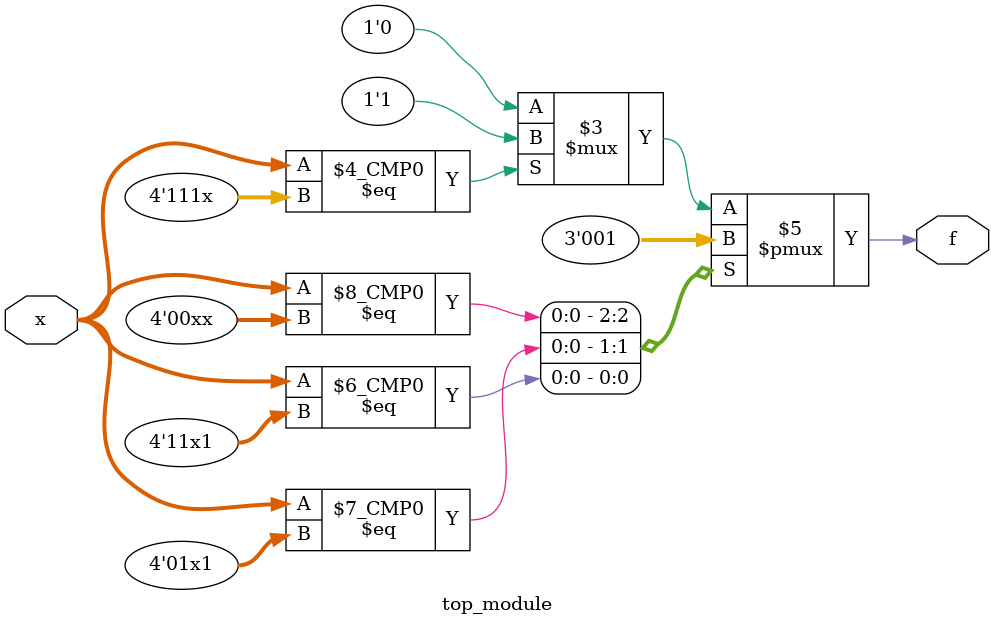
<source format=sv>
module top_module (
    input [4:1] x,
    output logic f
);

always_comb begin
    case (x)
        4'b00xx: f = 0;
        4'b01x1: f = 0;
        4'b11x1: f = 1;
        4'b111x: f = 1;
        default: f = 0;
    endcase
end

endmodule

</source>
